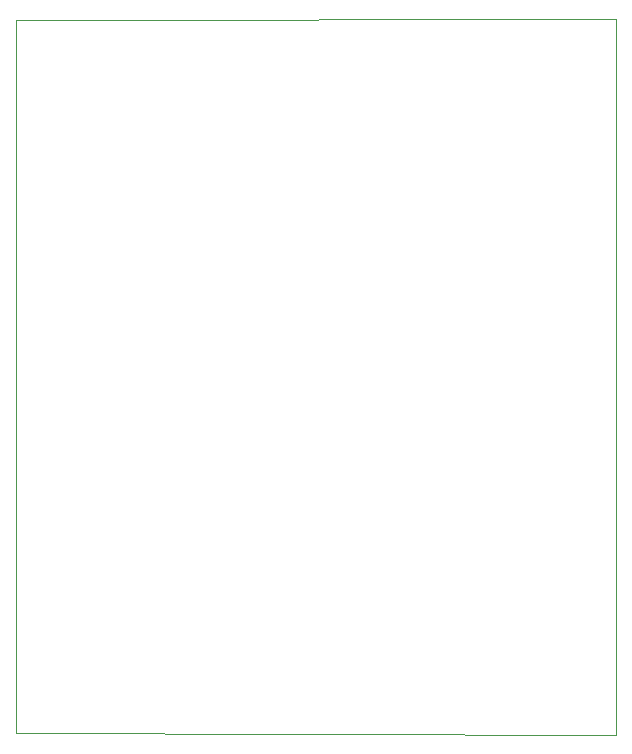
<source format=gbr>
%TF.GenerationSoftware,KiCad,Pcbnew,(5.1.9)-1*%
%TF.CreationDate,2021-10-19T20:47:57+02:00*%
%TF.ProjectId,BusyBox,42757379-426f-4782-9e6b-696361645f70,rev?*%
%TF.SameCoordinates,Original*%
%TF.FileFunction,Profile,NP*%
%FSLAX46Y46*%
G04 Gerber Fmt 4.6, Leading zero omitted, Abs format (unit mm)*
G04 Created by KiCad (PCBNEW (5.1.9)-1) date 2021-10-19 20:47:57*
%MOMM*%
%LPD*%
G01*
G04 APERTURE LIST*
%TA.AperFunction,Profile*%
%ADD10C,0.100000*%
%TD*%
G04 APERTURE END LIST*
D10*
X143637000Y-58559700D02*
X143637000Y-119240300D01*
X92798900Y-58635900D02*
X143637000Y-58559700D01*
X92798900Y-118999000D02*
X92798900Y-58635900D01*
X143637000Y-119240300D02*
X92798900Y-118999000D01*
M02*

</source>
